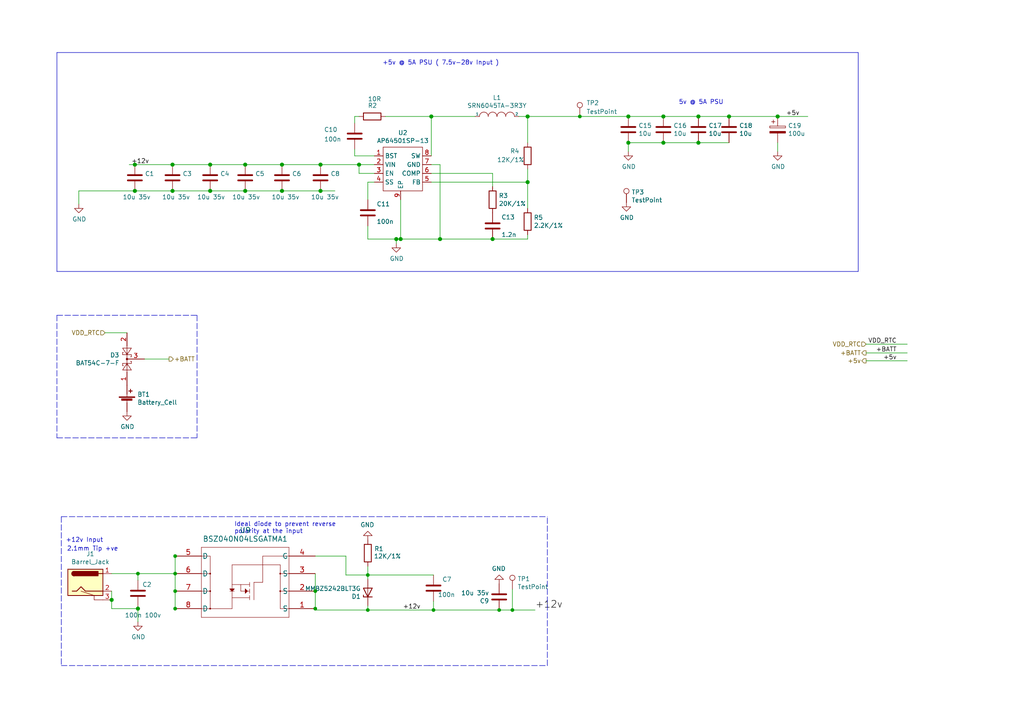
<source format=kicad_sch>
(kicad_sch (version 20210621) (generator eeschema)
  (paper "A4")
  (title_block (title "srvant-board MK1") (date "2021-07-14") (rev "rev-0.1dev"))
  (lib_symbols
    (symbol "CM4IO:AP64351"
      (property "Reference" "U" (at 0 8.89 0))
      (property "Value" "AP64351" (at 1.27 6.35 0))
      (symbol "AP64351_0_1"
        (rectangle (start -5.08 5.08) (end 6.35 -7.62))
      )
      (symbol "AP64351_1_1"
        (pin passive line (at -7.62 2.54 0) (length 2.54) (name "BST") (number "1"))
        (pin power_in line (at -7.62 0 0) (length 2.54) (name "VIN") (number "2"))
        (pin input line (at -7.62 -2.54 0) (length 2.54) (name "EN") (number "3"))
        (pin input line (at -7.62 -5.08 0) (length 2.54) (name "SS") (number "4"))
        (pin input line (at 8.89 -5.08 180) (length 2.54) (name "FB") (number "5"))
        (pin input line (at 8.89 -2.54 180) (length 2.54) (name "COMP") (number "6"))
        (pin power_in line (at 8.89 0 180) (length 2.54) (name "GND") (number "7"))
        (pin output line (at 8.89 2.54 180) (length 2.54) (name "SW") (number "8"))
        (pin passive line (at 0 -10.16 90) (length 2.54) (name "EP") (number "9"))
      )
    )
    (symbol "CM4IO:Barrel_Jack"
      (property "Reference" "J" (at 0 5.334 0))
      (property "Value" "Barrel_Jack" (at 0 -5.08 0))
      (symbol "Barrel_Jack_0_1"
        (arc (start -3.302 3.175) (end -3.302 1.905) (radius (at -3.302 2.54) (length 0.635) (angles 90.1 -90.1)) (stroke (width 0.254)))
        (arc (start -3.302 3.175) (end -3.302 1.905) (radius (at -3.302 2.54) (length 0.635) (angles 90.1 -90.1)) (stroke (width 0.254)) (fill (type outline)))
        (rectangle (start 3.683 3.175) (end -3.302 1.905) (stroke (width 0.254)) (fill (type outline)))
        (rectangle (start -5.08 3.81) (end 5.08 -3.81) (stroke (width 0.254)) (fill (type background)))
        (polyline (pts (xy 5.08 2.54) (xy 3.81 2.54)) (stroke (width 0.254)))
        (polyline (pts (xy 5.08 -5.08) (xy 2.54 -5.08) (xy 2.54 -3.81) (xy -1.27 -2.54)))
        (polyline (pts (xy -3.81 -2.54) (xy -2.54 -2.54) (xy -1.27 -1.27) (xy 0 -2.54) (xy 2.54 -2.54) (xy 5.08 -2.54)) (stroke (width 0.254)))
      )
      (symbol "Barrel_Jack_1_1"
        (pin passive line (at 7.62 2.54 180) (length 2.54) (name "~") (number "1"))
        (pin passive line (at 7.62 -2.54 180) (length 2.54) (name "~") (number "2"))
        (pin passive line (at 7.62 -5.08 180) (length 2.54) (name "~") (number "3"))
      )
    )
    (symbol "Connector:TestPoint" (pin_numbers hide) (pin_names (offset 0.762) hide)
      (property "Reference" "TP" (at 0 6.858 0))
      (property "Value" "TestPoint" (at 0 5.08 0))
      (symbol "TestPoint_0_1"
        (circle (center 0 3.302) (radius 0.762))
      )
      (symbol "TestPoint_1_1"
        (pin passive line (at 0 0 90) (length 2.54) (name "1") (number "1"))
      )
    )
    (symbol "Device:Battery_Cell" (pin_numbers hide) (pin_names (offset 0) hide)
      (property "Reference" "BT" (at 2.54 2.54 0))
      (property "Value" "Battery_Cell" (at 2.54 0 0))
      (symbol "Battery_Cell_0_1"
        (rectangle (start -2.286 1.778) (end 2.286 1.524) (fill (type outline)))
        (rectangle (start -1.5748 1.1938) (end 1.4732 0.6858) (fill (type outline)))
        (polyline (pts (xy 0 0.762) (xy 0 0)))
        (polyline (pts (xy 0 1.778) (xy 0 2.54)))
        (polyline (pts (xy 0.508 3.429) (xy 1.524 3.429)) (stroke (width 0.254)))
        (polyline (pts (xy 1.016 3.937) (xy 1.016 2.921)) (stroke (width 0.254)))
      )
      (symbol "Battery_Cell_1_1"
        (pin passive line (at 0 5.08 270) (length 2.54) (name "+") (number "1"))
        (pin passive line (at 0 -2.54 90) (length 2.54) (name "-") (number "2"))
      )
    )
    (symbol "Device:C" (pin_numbers hide) (pin_names (offset 0.254))
      (property "Reference" "C" (at 0.635 2.54 0))
      (property "Value" "C" (at 0.635 -2.54 0))
      (symbol "C_0_1"
        (polyline (pts (xy -2.032 -0.762) (xy 2.032 -0.762)) (stroke (width 0.508)))
        (polyline (pts (xy -2.032 0.762) (xy 2.032 0.762)) (stroke (width 0.508)))
      )
      (symbol "C_1_1"
        (pin passive line (at 0 3.81 270) (length 2.794) (name "~") (number "1"))
        (pin passive line (at 0 -3.81 90) (length 2.794) (name "~") (number "2"))
      )
    )
    (symbol "Device:CP" (pin_numbers hide) (pin_names (offset 0.254))
      (property "Reference" "C" (at 0.635 2.54 0))
      (property "Value" "CP" (at 0.635 -2.54 0))
      (symbol "CP_0_1"
        (rectangle (start -2.286 0.508) (end 2.286 1.016))
        (rectangle (start 2.286 -0.508) (end -2.286 -1.016) (fill (type outline)))
        (polyline (pts (xy -1.778 2.286) (xy -0.762 2.286)))
        (polyline (pts (xy -1.27 2.794) (xy -1.27 1.778)))
      )
      (symbol "CP_1_1"
        (pin passive line (at 0 3.81 270) (length 2.794) (name "~") (number "1"))
        (pin passive line (at 0 -3.81 90) (length 2.794) (name "~") (number "2"))
      )
    )
    (symbol "Device:R" (pin_numbers hide) (pin_names (offset 0))
      (property "Reference" "R" (at 2.032 0 90))
      (property "Value" "R" (at 0 0 90))
      (symbol "R_0_1"
        (rectangle (start -1.016 -2.54) (end 1.016 2.54) (stroke (width 0.254)))
      )
      (symbol "R_1_1"
        (pin passive line (at 0 3.81 270) (length 1.27) (name "~") (number "1"))
        (pin passive line (at 0 -3.81 90) (length 1.27) (name "~") (number "2"))
      )
    )
    (symbol "Diode:BAT54C"
      (property "Reference" "D" (at 0.635 -3.81 0))
      (property "Value" "BAT54C" (at -6.35 3.175 0))
      (symbol "BAT54C_0_1"
        (circle (center 0 0) (radius 0.254) (fill (type outline)))
        (polyline (pts (xy -1.905 0) (xy 1.905 0)))
        (polyline (pts (xy -1.905 1.27) (xy -1.905 1.016)))
        (polyline (pts (xy -1.27 -1.27) (xy -0.635 -1.27)))
        (polyline (pts (xy -1.27 0) (xy -3.81 0)))
        (polyline (pts (xy -1.27 1.27) (xy -1.905 1.27)))
        (polyline (pts (xy -1.27 1.27) (xy -1.27 -1.27)))
        (polyline (pts (xy -0.635 -1.27) (xy -0.635 -1.016)))
        (polyline (pts (xy 0.635 -1.27) (xy 0.635 -1.016)))
        (polyline (pts (xy 1.27 -1.27) (xy 0.635 -1.27)))
        (polyline (pts (xy 1.27 1.27) (xy 1.27 -1.27)))
        (polyline (pts (xy 1.27 1.27) (xy 1.905 1.27)))
        (polyline (pts (xy 1.905 1.27) (xy 1.905 1.016)))
        (polyline (pts (xy 3.81 0) (xy 1.27 0)))
        (polyline (pts (xy -3.175 -1.27) (xy -3.175 1.27) (xy -1.27 0) (xy -3.175 -1.27)))
        (polyline (pts (xy 3.175 -1.27) (xy 3.175 1.27) (xy 1.27 0) (xy 3.175 -1.27)))
      )
      (symbol "BAT54C_1_1"
        (pin passive line (at -7.62 0 0) (length 3.81) (name "~") (number "1"))
        (pin passive line (at 7.62 0 180) (length 3.81) (name "~") (number "2"))
        (pin passive line (at 0 -5.08 90) (length 5.08) (name "~") (number "3"))
      )
    )
    (symbol "Diode:BZX84Cxx" (pin_numbers hide) (pin_names hide)
      (property "Reference" "D" (at 0 2.54 0))
      (property "Value" "BZX84Cxx" (at 0 -2.54 0))
      (symbol "BZX84Cxx_0_1"
        (polyline (pts (xy 1.27 0) (xy -1.27 0)))
        (polyline (pts (xy -1.27 -1.27) (xy -1.27 1.27) (xy -0.762 1.27)) (stroke (width 0.254)))
        (polyline (pts (xy 1.27 -1.27) (xy 1.27 1.27) (xy -1.27 0) (xy 1.27 -1.27)) (stroke (width 0.254)))
      )
      (symbol "BZX84Cxx_1_1"
        (pin passive line (at -3.81 0 0) (length 2.54) (name "K") (number "1"))
        (pin passive line (at 3.81 0 180) (length 2.54) (name "A") (number "2"))
      )
    )
    (symbol "bsz086p03ns:BSZ040N04LSGATMA1" (pin_names (offset 0.254))
      (property "Reference" "U" (at 20.32 7.62 0))
      (property "Value" "BSZ040N04LSGATMA1" (at 20.32 5.08 0))
      (symbol "BSZ040N04LSGATMA1_1_1"
        (arc (start 10.16 -10.033) (end 10.16 -10.033) (radius (at 10.16 -10.16) (length 0.127) (angles 90 -90)) (stroke (width 0.254)))
        (arc (start 10.16 -4.953) (end 10.16 -4.953) (radius (at 10.16 -5.08) (length 0.127) (angles 90 -90)) (stroke (width 0.254)))
        (arc (start 30.48 -10.033) (end 30.48 -10.033) (radius (at 30.48 -10.16) (length 0.127) (angles 90 -90)) (stroke (width 0.254)))
        (arc (start 30.48 -4.953) (end 30.48 -4.953) (radius (at 30.48 -5.08) (length 0.127) (angles 90 -90)) (stroke (width 0.254)))
        (arc (start 30.48 0.127) (end 30.48 0.127) (radius (at 30.48 0) (length 0.127) (angles 90 -90)) (stroke (width 0.254)))
        (circle (center 10.16 -10.16) (radius 0.127) (stroke (width 0.254)))
        (circle (center 10.16 -5.08) (radius 0.127) (stroke (width 0.254)))
        (circle (center 30.48 -10.16) (radius 0.127) (stroke (width 0.254)))
        (circle (center 30.48 -5.08) (radius 0.127) (stroke (width 0.254)))
        (circle (center 30.48 0) (radius 0.127) (stroke (width 0.254)))
        (polyline (pts (xy 7.62 -17.78) (xy 33.02 -17.78)) (stroke (width 0.127)))
        (polyline (pts (xy 7.62 -15.24) (xy 15.24 -15.24)) (stroke (width 0.127)))
        (polyline (pts (xy 7.62 -10.16) (xy 10.16 -10.16)) (stroke (width 0.127)))
        (polyline (pts (xy 7.62 -5.08) (xy 10.16 -5.08)) (stroke (width 0.127)))
        (polyline (pts (xy 7.62 0) (xy 10.16 0)) (stroke (width 0.127)))
        (polyline (pts (xy 7.62 2.54) (xy 7.62 -17.78)) (stroke (width 0.127)))
        (polyline (pts (xy 10.16 0) (xy 10.16 -12.7)) (stroke (width 0.127)))
        (polyline (pts (xy 15.24 -7.62) (xy 15.24 -15.24)) (stroke (width 0.127)))
        (polyline (pts (xy 15.24 -7.62) (xy 17.78 -7.62)) (stroke (width 0.127)))
        (polyline (pts (xy 17.78 -2.54) (xy 17.78 -7.62)) (stroke (width 0.127)))
        (polyline (pts (xy 19.05 -6.985) (xy 24.13 -6.985)) (stroke (width 0.127)))
        (polyline (pts (xy 19.05 -6.35) (xy 19.05 -7.62)) (stroke (width 0.127)))
        (polyline (pts (xy 19.05 -5.08) (xy 21.59 -5.08)) (stroke (width 0.127)))
        (polyline (pts (xy 19.05 -4.445) (xy 19.05 -5.715)) (stroke (width 0.127)))
        (polyline (pts (xy 19.05 -3.175) (xy 24.13 -3.175)) (stroke (width 0.127)))
        (polyline (pts (xy 19.05 -2.54) (xy 19.05 -3.81)) (stroke (width 0.127)))
        (polyline (pts (xy 19.685 -5.08) (xy 20.32 -4.445)) (stroke (width 0.127)))
        (polyline (pts (xy 20.32 -5.715) (xy 19.685 -5.08)) (stroke (width 0.127)))
        (polyline (pts (xy 20.32 -4.445) (xy 20.32 -5.715)) (stroke (width 0.127)))
        (polyline (pts (xy 21.59 -5.08) (xy 21.59 -6.985)) (stroke (width 0.127)))
        (polyline (pts (xy 23.495 -5.715) (xy 24.765 -5.715)) (stroke (width 0.127)))
        (polyline (pts (xy 23.495 -5.08) (xy 24.765 -5.08)) (stroke (width 0.127)))
        (polyline (pts (xy 24.13 -12.7) (xy 10.16 -12.7)) (stroke (width 0.127)))
        (polyline (pts (xy 24.13 -5.08) (xy 23.495 -5.715)) (stroke (width 0.127)))
        (polyline (pts (xy 24.13 0) (xy 24.13 -12.7)) (stroke (width 0.127)))
        (polyline (pts (xy 24.13 0) (xy 33.02 0)) (stroke (width 0.127)))
        (polyline (pts (xy 24.765 -5.715) (xy 24.13 -5.08)) (stroke (width 0.127)))
        (polyline (pts (xy 30.48 -15.24) (xy 33.02 -15.24)) (stroke (width 0.127)))
        (polyline (pts (xy 30.48 -10.16) (xy 33.02 -10.16)) (stroke (width 0.127)))
        (polyline (pts (xy 30.48 -5.08) (xy 33.02 -5.08)) (stroke (width 0.127)))
        (polyline (pts (xy 30.48 0) (xy 30.48 -15.24)) (stroke (width 0.127)))
        (polyline (pts (xy 33.02 -17.78) (xy 33.02 2.54)) (stroke (width 0.127)))
        (polyline (pts (xy 33.02 2.54) (xy 7.62 2.54)) (stroke (width 0.127)))
        (polyline (pts (xy 19.685 -5.08) (xy 20.32 -4.445) (xy 20.32 -5.715) (xy 19.685 -5.08)) (fill (type outline)))
        (polyline (pts (xy 24.13 -5.08) (xy 23.495 -5.715) (xy 24.765 -5.715) (xy 24.13 -5.08)) (fill (type outline)))
        (pin unspecified line (at 0 0 0) (length 7.62) (name "S") (number "1"))
        (pin unspecified line (at 0 -5.08 0) (length 7.62) (name "S") (number "2"))
        (pin unspecified line (at 0 -10.16 0) (length 7.62) (name "S") (number "3"))
        (pin unspecified line (at 0 -15.24 0) (length 7.62) (name "G") (number "4"))
        (pin unspecified line (at 40.64 -15.24 180) (length 7.62) (name "D") (number "5"))
        (pin unspecified line (at 40.64 -10.16 180) (length 7.62) (name "D") (number "6"))
        (pin unspecified line (at 40.64 -5.08 180) (length 7.62) (name "D") (number "7"))
        (pin unspecified line (at 40.64 0 180) (length 7.62) (name "D") (number "8"))
      )
    )
    (symbol "power:GND" (power) (pin_names (offset 0))
      (property "Value" "GND" (at 0 -3.81 0))
      (symbol "GND_0_1"
        (polyline (pts (xy 0 0) (xy 0 -1.27) (xy 1.27 -1.27) (xy 0 -2.54) (xy -1.27 -1.27) (xy 0 -1.27)))
      )
      (symbol "GND_1_1"
        (pin power_in line (at 0 0 270) (length 0) hide (name "GND") (number "1"))
      )
    )
    (symbol "pspice:INDUCTOR" (pin_numbers hide) (pin_names (offset 0))
      (property "Reference" "L" (at 0 2.54 0))
      (property "Value" "INDUCTOR" (at 0 -1.27 0))
      (symbol "INDUCTOR_0_1"
        (arc (start -2.54 0) (end -5.08 0) (radius (at -3.81 0) (length 1.27) (angles 0.1 179.9)))
        (arc (start 0 0) (end -2.54 0) (radius (at -1.27 0) (length 1.27) (angles 0.1 179.9)))
        (arc (start 2.54 0) (end 0 0) (radius (at 1.27 0) (length 1.27) (angles 0.1 179.9)))
        (arc (start 5.08 0) (end 2.54 0) (radius (at 3.81 0) (length 1.27) (angles 0.1 179.9)))
      )
      (symbol "INDUCTOR_1_1"
        (pin input line (at -6.35 0 0) (length 1.27) (name "1") (number "1"))
        (pin input line (at 6.35 0 180) (length 1.27) (name "2") (number "2"))
      )
    )
  )
  (junction (at 32.385 173.99) (diameter 1.016))
  (junction (at 39.116 47.752) (diameter 1.016))
  (junction (at 39.116 55.372) (diameter 1.016))
  (junction (at 40.005 166.37) (diameter 0.9144))
  (junction (at 40.005 176.53) (diameter 1.016))
  (junction (at 50.038 47.752) (diameter 1.016))
  (junction (at 50.038 55.372) (diameter 1.016))
  (junction (at 50.8 161.29) (diameter 0.9144))
  (junction (at 50.8 166.37) (diameter 0.9144))
  (junction (at 50.8 171.45) (diameter 0.9144))
  (junction (at 50.8 176.53) (diameter 0.9144))
  (junction (at 60.96 47.752) (diameter 1.016))
  (junction (at 60.96 55.372) (diameter 1.016))
  (junction (at 71.12 47.752) (diameter 1.016))
  (junction (at 71.12 55.372) (diameter 1.016))
  (junction (at 81.788 47.752) (diameter 1.016))
  (junction (at 81.788 55.372) (diameter 1.016))
  (junction (at 91.44 171.45) (diameter 0.9144))
  (junction (at 91.44 176.53) (diameter 0.9144))
  (junction (at 92.964 47.752) (diameter 1.016))
  (junction (at 92.964 55.372) (diameter 1.016))
  (junction (at 104.14 47.752) (diameter 1.016))
  (junction (at 106.68 166.7764) (diameter 0.9144))
  (junction (at 106.68 176.9364) (diameter 0.9144))
  (junction (at 114.935 69.342) (diameter 1.016))
  (junction (at 116.205 69.342) (diameter 1.016))
  (junction (at 125.095 33.782) (diameter 1.016))
  (junction (at 125.73 176.9364) (diameter 0.9144))
  (junction (at 127.635 69.342) (diameter 1.016))
  (junction (at 142.875 69.342) (diameter 1.016))
  (junction (at 144.78 176.9364) (diameter 0.9144))
  (junction (at 148.6154 176.9364) (diameter 0.9144))
  (junction (at 153.035 33.782) (diameter 1.016))
  (junction (at 153.035 52.832) (diameter 1.016))
  (junction (at 168.1734 33.782) (diameter 0.9144))
  (junction (at 182.245 33.782) (diameter 1.016))
  (junction (at 182.245 41.402) (diameter 1.016))
  (junction (at 192.405 33.782) (diameter 1.016))
  (junction (at 192.405 41.402) (diameter 1.016))
  (junction (at 202.565 33.782) (diameter 1.016))
  (junction (at 202.565 41.402) (diameter 1.016))
  (junction (at 211.455 33.782) (diameter 1.016))
  (junction (at 225.552 33.782) (diameter 1.016))
  (wire (pts (xy 22.86 55.372) (xy 22.86 59.182)))
  (wire (pts (xy 22.86 55.372) (xy 39.116 55.372)))
  (wire (pts (xy 30.48 96.52) (xy 36.83 96.52)))
  (wire (pts (xy 32.385 166.37) (xy 40.005 166.37)))
  (wire (pts (xy 32.385 173.99) (xy 32.385 171.45)))
  (wire (pts (xy 32.385 176.53) (xy 32.385 173.99)))
  (wire (pts (xy 32.385 176.53) (xy 40.005 176.53)))
  (wire (pts (xy 37.465 47.752) (xy 39.116 47.752)))
  (wire (pts (xy 39.116 47.752) (xy 50.038 47.752)))
  (wire (pts (xy 39.116 55.372) (xy 50.038 55.372)))
  (wire (pts (xy 40.005 166.37) (xy 40.005 168.275)))
  (wire (pts (xy 40.005 166.37) (xy 50.8 166.37)))
  (wire (pts (xy 40.005 175.895) (xy 40.005 176.53)))
  (wire (pts (xy 40.005 176.53) (xy 40.005 180.34)))
  (wire (pts (xy 41.91 104.14) (xy 49.022 104.14)))
  (wire (pts (xy 50.038 47.752) (xy 60.96 47.752)))
  (wire (pts (xy 50.038 55.372) (xy 60.96 55.372)))
  (wire (pts (xy 50.8 161.2392) (xy 50.8 161.29)))
  (wire (pts (xy 50.8 161.29) (xy 50.8 166.37)))
  (wire (pts (xy 50.8 166.37) (xy 50.8 171.45)))
  (wire (pts (xy 50.8 171.45) (xy 50.8 176.53)))
  (wire (pts (xy 50.8 176.53) (xy 50.8508 176.53)))
  (wire (pts (xy 60.96 47.752) (xy 71.12 47.752)))
  (wire (pts (xy 60.96 55.372) (xy 71.12 55.372)))
  (wire (pts (xy 71.12 47.752) (xy 81.788 47.752)))
  (wire (pts (xy 71.12 55.372) (xy 81.788 55.372)))
  (wire (pts (xy 81.788 47.752) (xy 92.964 47.752)))
  (wire (pts (xy 81.788 55.372) (xy 92.964 55.372)))
  (wire (pts (xy 91.44 161.29) (xy 100.33 161.29)))
  (wire (pts (xy 91.44 166.37) (xy 91.44 171.45)))
  (wire (pts (xy 91.44 171.45) (xy 91.44 176.53)))
  (wire (pts (xy 91.44 176.53) (xy 91.44 176.9364)))
  (wire (pts (xy 91.44 176.9364) (xy 106.68 176.9364)))
  (wire (pts (xy 92.964 47.752) (xy 104.14 47.752)))
  (wire (pts (xy 92.964 55.372) (xy 97.155 55.372)))
  (wire (pts (xy 100.33 161.29) (xy 100.33 166.7764)))
  (wire (pts (xy 100.33 166.7764) (xy 106.68 166.7764)))
  (wire (pts (xy 102.87 33.782) (xy 104.14 33.782)))
  (wire (pts (xy 102.87 35.687) (xy 102.87 33.782)))
  (wire (pts (xy 102.87 43.307) (xy 102.87 45.212)))
  (wire (pts (xy 102.87 45.212) (xy 108.585 45.212)))
  (wire (pts (xy 104.14 47.752) (xy 104.14 50.292)))
  (wire (pts (xy 104.14 47.752) (xy 108.585 47.752)))
  (wire (pts (xy 104.14 50.292) (xy 108.585 50.292)))
  (wire (pts (xy 106.68 52.832) (xy 106.68 57.912)))
  (wire (pts (xy 106.68 65.532) (xy 106.68 69.342)))
  (wire (pts (xy 106.68 69.342) (xy 114.935 69.342)))
  (wire (pts (xy 106.68 164.2364) (xy 106.68 166.7764)))
  (wire (pts (xy 106.68 166.7764) (xy 106.68 168.0464)))
  (wire (pts (xy 106.68 175.6664) (xy 106.68 176.9364)))
  (wire (pts (xy 106.68 176.9364) (xy 125.73 176.9364)))
  (wire (pts (xy 108.585 52.832) (xy 106.68 52.832)))
  (wire (pts (xy 111.76 33.782) (xy 125.095 33.782)))
  (wire (pts (xy 114.935 69.342) (xy 116.205 69.342)))
  (wire (pts (xy 114.935 70.612) (xy 114.935 69.342)))
  (wire (pts (xy 116.205 57.912) (xy 116.205 69.342)))
  (wire (pts (xy 116.205 69.342) (xy 127.635 69.342)))
  (wire (pts (xy 125.095 33.782) (xy 125.095 45.212)))
  (wire (pts (xy 125.095 33.782) (xy 137.795 33.782)))
  (wire (pts (xy 125.095 47.752) (xy 127.635 47.752)))
  (wire (pts (xy 125.095 50.292) (xy 142.875 50.292)))
  (wire (pts (xy 125.095 52.832) (xy 153.035 52.832)))
  (wire (pts (xy 125.73 166.7764) (xy 106.68 166.7764)))
  (wire (pts (xy 125.73 174.3964) (xy 125.73 176.9364)))
  (wire (pts (xy 125.73 176.9364) (xy 144.78 176.9364)))
  (wire (pts (xy 127.635 47.752) (xy 127.635 69.342)))
  (wire (pts (xy 127.635 69.342) (xy 142.875 69.342)))
  (wire (pts (xy 142.875 54.102) (xy 142.875 50.292)))
  (wire (pts (xy 142.875 69.342) (xy 153.035 69.342)))
  (wire (pts (xy 144.78 176.9364) (xy 148.6154 176.9364)))
  (wire (pts (xy 148.6154 170.8912) (xy 148.6154 176.9364)))
  (wire (pts (xy 148.6154 176.9364) (xy 155.194 176.9364)))
  (wire (pts (xy 150.495 33.782) (xy 153.035 33.782)))
  (wire (pts (xy 153.035 33.782) (xy 153.035 41.402)))
  (wire (pts (xy 153.035 33.782) (xy 168.1734 33.782)))
  (wire (pts (xy 153.035 49.022) (xy 153.035 52.832)))
  (wire (pts (xy 153.035 52.832) (xy 153.035 60.452)))
  (wire (pts (xy 153.035 69.342) (xy 153.035 68.072)))
  (wire (pts (xy 168.1734 33.782) (xy 182.245 33.782)))
  (wire (pts (xy 182.245 33.782) (xy 192.405 33.782)))
  (wire (pts (xy 182.245 41.402) (xy 182.245 43.942)))
  (wire (pts (xy 192.405 33.782) (xy 202.565 33.782)))
  (wire (pts (xy 192.405 41.402) (xy 182.245 41.402)))
  (wire (pts (xy 202.565 33.782) (xy 211.455 33.782)))
  (wire (pts (xy 202.565 41.402) (xy 192.405 41.402)))
  (wire (pts (xy 211.455 33.782) (xy 225.552 33.782)))
  (wire (pts (xy 211.455 41.402) (xy 202.565 41.402)))
  (wire (pts (xy 225.552 33.782) (xy 234.315 33.782)))
  (wire (pts (xy 225.552 41.402) (xy 225.552 43.942)))
  (wire (pts (xy 251.206 99.822) (xy 263.144 99.822)))
  (wire (pts (xy 251.206 102.362) (xy 263.144 102.362)))
  (wire (pts (xy 251.206 104.648) (xy 263.144 104.648)))
  (polyline (pts (xy 16.51 15.24) (xy 16.51 78.74)) (stroke (width 0) (type solid)))
  (polyline (pts (xy 16.51 15.24) (xy 248.92 15.24)) (stroke (width 0) (type solid)))
  (polyline (pts (xy 16.51 91.44) (xy 16.51 127)) (stroke (width 0) (type dash)))
  (polyline (pts (xy 16.51 91.44) (xy 57.15 91.44)) (stroke (width 0) (type dash)))
  (polyline (pts (xy 16.51 127) (xy 57.15 127)) (stroke (width 0) (type dash)))
  (polyline (pts (xy 17.78 149.86) (xy 17.78 193.04)) (stroke (width 0) (type dash)))
  (polyline (pts (xy 17.78 149.86) (xy 124.46 149.86)) (stroke (width 0) (type dash)))
  (polyline (pts (xy 17.78 193.04) (xy 124.46 193.04)) (stroke (width 0) (type dash)))
  (polyline (pts (xy 57.15 91.44) (xy 57.15 127)) (stroke (width 0) (type dash)))
  (polyline (pts (xy 124.46 149.86) (xy 158.75 149.86)) (stroke (width 0) (type dash)))
  (polyline (pts (xy 124.46 193.04) (xy 158.75 193.04)) (stroke (width 0) (type dash)))
  (polyline (pts (xy 158.75 193.04) (xy 158.75 149.86)) (stroke (width 0) (type dash)))
  (polyline (pts (xy 248.92 15.24) (xy 248.92 78.74)) (stroke (width 0) (type solid)))
  (polyline (pts (xy 248.92 78.74) (xy 16.51 78.74)) (stroke (width 0) (type solid)))
  (text "+12v Input" (at 19.05 157.48 0) (effects (font (size 1.27 1.27)) (justify left bottom)))
  (text "2.1mm Tip +ve" (at 34.29 160.02 180) (effects (font (size 1.27 1.27)) (justify right bottom)))
  (text "Ideal diode to prevent reverse\npolarity at the input" (at 67.945 154.94 0) (effects (font (size 1.27 1.27)) (justify left bottom)))
  (text "+5v @ 5A PSU ( 7.5v-28v Input )" (at 144.78 19.05 180) (effects (font (size 1.27 1.27)) (justify right bottom)))
  (text "5v @ 5A PSU\n" (at 196.85 30.48 0) (effects (font (size 1.27 1.27)) (justify left bottom)))
  (label "+12v" (at 38.1 47.752 0))
  (label "+12v" (at 116.84 176.9364 0))
  (label "+12v" (at 155.194 176.9364 0) (effects (font (size 2.0066 2.0066))))
  (label "+5v" (at 227.965 33.782 0))
  (label "VDD_RTC" (at 260.096 99.822 180))
  (label "+BATT" (at 260.096 102.362 180))
  (label "+5v" (at 260.096 104.648 180))
  (hierarchical_label "VDD_RTC" (shape input) (at 30.48 96.52 180))
  (hierarchical_label "+BATT" (shape output) (at 49.022 104.14 0))
  (hierarchical_label "VDD_RTC" (shape input) (at 251.206 99.822 180))
  (hierarchical_label "+BATT" (shape output) (at 251.206 102.362 180))
  (hierarchical_label "+5v" (shape output) (at 251.206 104.648 180))
  (symbol (lib_id "Connector:TestPoint") (at 148.6154 170.8912 0) (unit 1)
    (property "Reference" "TP1" (at 150.0886 167.894 0) (effects (justify left)))
    (property "Value" "TestPoint" (at 150.0886 170.2054 0) (effects (justify left)))
    (property "Footprint" "TestPoint:TestPoint_Pad_2.0x2.0mm" (effects hide))
    (property "Field4" "nf" (effects hide))
    (property "Field5" "nf" (effects hide))
    (property "Field6" "nf" (effects hide))
    (property "Field7" "nf" (effects hide))
  )
  (symbol (lib_id "Connector:TestPoint") (at 168.1734 33.782 0) (unit 1)
    (property "Reference" "TP2" (at 170.0784 29.845 0) (effects (justify left)))
    (property "Value" "TestPoint" (at 170.0784 32.385 0) (effects (justify left)))
    (property "Footprint" "TestPoint:TestPoint_Pad_2.0x2.0mm" (effects hide))
    (property "Field4" "nf" (effects hide))
    (property "Field5" "nf" (effects hide))
    (property "Field6" "nf" (effects hide))
    (property "Field7" "nf" (effects hide))
  )
  (symbol (lib_id "Connector:TestPoint") (at 181.6862 58.7248 0) (unit 1)
    (property "Reference" "TP3" (at 183.1594 55.7276 0) (effects (justify left)))
    (property "Value" "TestPoint" (at 183.1594 58.039 0) (effects (justify left)))
    (property "Footprint" "TestPoint:TestPoint_Pad_2.0x2.0mm" (effects hide))
    (property "Field4" "nf" (effects hide))
    (property "Field5" "nf" (effects hide))
    (property "Field6" "nf" (effects hide))
    (property "Field7" "nf" (effects hide))
  )
  (symbol (lib_id "power:GND") (at 22.86 59.182 0) (unit 1)
    (property "Reference" "#PWR0104" (effects hide))
    (property "Value" "GND" (at 22.987 63.5762 0))
  )
  (symbol (lib_id "power:GND") (at 36.83 119.38 0) (unit 1)
    (property "Reference" "#PWR0144" (effects hide))
    (property "Value" "GND" (at 36.957 123.7742 0))
  )
  (symbol (lib_id "power:GND") (at 40.005 180.34 0) (unit 1)
    (property "Reference" "#PWR0101" (effects hide))
    (property "Value" "GND" (at 40.132 184.7342 0))
  )
  (symbol (lib_id "power:GND") (at 106.68 156.6164 180) (unit 1)
    (property "Reference" "#PWR0108" (effects hide))
    (property "Value" "GND" (at 106.553 152.2222 0))
  )
  (symbol (lib_id "power:GND") (at 114.935 70.612 0) (unit 1)
    (property "Reference" "#PWR0105" (effects hide))
    (property "Value" "GND" (at 115.062 75.0062 0))
  )
  (symbol (lib_id "power:GND") (at 144.78 169.3164 180) (unit 1)
    (property "Reference" "#PWR0102" (effects hide))
    (property "Value" "GND" (at 144.653 164.9222 0))
  )
  (symbol (lib_id "power:GND") (at 181.6862 58.7248 0) (unit 1)
    (property "Reference" "#PWR0182" (effects hide))
    (property "Value" "GND" (at 181.8132 63.119 0))
  )
  (symbol (lib_id "power:GND") (at 182.245 43.942 0) (unit 1)
    (property "Reference" "#PWR0107" (effects hide))
    (property "Value" "GND" (at 182.372 48.3362 0))
  )
  (symbol (lib_id "power:GND") (at 225.552 43.942 0) (unit 1)
    (property "Reference" "#PWR0103" (effects hide))
    (property "Value" "GND" (at 225.679 48.3362 0))
  )
  (symbol (lib_id "Device:R") (at 106.68 160.4264 180) (unit 1)
    (property "Reference" "R1" (at 111.252 159.1818 0) (effects (justify left)))
    (property "Value" "12K/1%" (at 116.332 161.3154 0) (effects (justify left)))
    (property "Footprint" "Resistor_SMD:R_0402_1005Metric" (effects hide))
    (property "Datasheet" "https://fscdn.rohm.com/en/products/databook/datasheet/passive/resistor/chip_resistor/mcr-e.pdf" (effects hide))
    (property "Field4" "Farnell" (effects hide))
    (property "Field5" "9239367" (effects hide))
    (property "Field7" "Rohm" (effects hide))
    (property "Field6" "MCR01MZPF1202" (effects hide))
    (property "Part Description" "Resistor 12K M1005 1% 63mW" (effects hide))
  )
  (symbol (lib_id "Device:R") (at 107.95 33.782 270) (unit 1)
    (property "Reference" "R2" (at 106.68 30.607 90) (effects (justify left)))
    (property "Value" "10R" (at 106.68 28.702 90) (effects (justify left)))
    (property "Footprint" "Resistor_SMD:R_0402_1005Metric" (effects hide))
    (property "Datasheet" "https://fscdn.rohm.com/en/products/databook/datasheet/passive/resistor/chip_resistor/mcr-e.pdf" (effects hide))
    (property "Field4" "Farnell" (effects hide))
    (property "Field5" "9238999" (effects hide))
    (property "Field7" "Yageo" (effects hide))
    (property "Field6" "RC0402FR-0710RL" (effects hide))
    (property "Field8" "URES00256" (effects hide))
    (property "Part Description" "Resistor 10R M1005 1% 63mW" (effects hide))
  )
  (symbol (lib_id "Device:R") (at 142.875 57.912 0) (unit 1)
    (property "Reference" "R3" (at 144.653 56.7436 0) (effects (justify left)))
    (property "Value" "20K/1%" (at 144.653 59.055 0) (effects (justify left)))
    (property "Footprint" "Resistor_SMD:R_0402_1005Metric" (effects hide))
    (property "Datasheet" "https://fscdn.rohm.com/en/products/databook/datasheet/passive/resistor/chip_resistor/mcr-e.pdf" (effects hide))
    (property "Field4" "Farnell" (effects hide))
    (property "Field5" "2331485" (effects hide))
    (property "Field7" "KOA EUROPE GMBH" (effects hide))
    (property "Field6" "RK73H1ETTP2002F" (effects hide))
    (property "Part Description" "Resistor 20K M1005 1% 63mW" (effects hide))
  )
  (symbol (lib_id "Device:R") (at 153.035 45.212 0) (unit 1)
    (property "Reference" "R4" (at 147.955 43.815 0) (effects (justify left)))
    (property "Value" "12K/1%" (at 144.145 46.355 0) (effects (justify left)))
    (property "Footprint" "Resistor_SMD:R_0402_1005Metric" (effects hide))
    (property "Datasheet" "https://fscdn.rohm.com/en/products/databook/datasheet/passive/resistor/chip_resistor/mcr-e.pdf" (effects hide))
    (property "Field4" "Farnell" (effects hide))
    (property "Field5" "9239367" (effects hide))
    (property "Field7" "Rohm" (effects hide))
    (property "Field6" "MCR01MZPF1202" (effects hide))
    (property "Part Description" "Resistor 12K M1005 1% 63mW" (effects hide))
  )
  (symbol (lib_id "Device:R") (at 153.035 64.262 0) (unit 1)
    (property "Reference" "R5" (at 154.813 63.0936 0) (effects (justify left)))
    (property "Value" "2.2K/1%" (at 154.813 65.405 0) (effects (justify left)))
    (property "Footprint" "Resistor_SMD:R_0402_1005Metric" (effects hide))
    (property "Datasheet" "https://fscdn.rohm.com/en/products/databook/datasheet/passive/resistor/chip_resistor/mcr-e.pdf" (effects hide))
    (property "Field4" "Farnell" (effects hide))
    (property "Field5" "9239278" (effects hide))
    (property "Field6" "RK73G1ETQTP2201D         " (effects hide))
    (property "Field7" "KOA EUROPE GMBH" (effects hide))
    (property "Part Description" "Resistor 2.2K M1005 1% 63mW" (effects hide))
    (property "Field8" "120889581" (effects hide))
  )
  (symbol (lib_id "pspice:INDUCTOR") (at 144.145 33.782 0) (unit 1)
    (property "Reference" "L1" (at 144.145 28.321 0))
    (property "Value" "SRN6045TA-3R3Y" (at 144.145 30.6324 0))
    (property "Footprint" "Inductor_SMD:L_Bourns_SRN6045TA" (effects hide))
    (property "Datasheet" "https://www.bourns.com/docs/Product-Datasheets/SRN6045TA.pdf" (effects hide))
    (property "Field4" "Farnell" (effects hide))
    (property "Field5" "2616889" (effects hide))
    (property "Field6" "SRN6045TA-3R3Y" (effects hide))
    (property "Field7" "Bourns" (effects hide))
    (property "Part Description" "3.3µH Semi-Shielded Wirewound Inductor 7.8A 21mOhm Nonstandard" (effects hide))
  )
  (symbol (lib_id "Diode:BZX84Cxx") (at 106.68 171.8564 90) (unit 1)
    (property "Reference" "D1" (at 104.648 172.9994 90) (effects (justify left)))
    (property "Value" "MMBZ5242BLT3G" (at 104.648 170.7134 90) (effects (justify left)))
    (property "Footprint" "Diode_SMD:D_SOT-23_ANK" (effects hide))
    (property "Datasheet" "https://diotec.com/tl_files/diotec/files/pdf/datasheets/bzx84c2v4.pdf" (effects hide))
    (property "Field4" "Digikey" (effects hide))
    (property "Field5" "	MMBZ5242BLT3GOSCT-ND" (effects hide))
    (property "Field6" "MMBZ5242BLT3G" (effects hide))
    (property "Field7" "Onsemi" (effects hide))
    (property "Part Description" "	Zener Diode 12V 225mW 5% Surface Mount SOT-23-3 (TO-236)" (effects hide))
  )
  (symbol (lib_id "Device:Battery_Cell") (at 36.83 116.84 0) (unit 1)
    (property "Reference" "BT1" (at 39.8272 114.4016 0) (effects (justify left)))
    (property "Value" "Battery_Cell" (at 39.8272 116.713 0) (effects (justify left)))
    (property "Footprint" "srvant:battery-S8411-45R" (effects hide))
  )
  (symbol (lib_id "Device:C") (at 39.116 51.562 0) (unit 1)
    (property "Reference" "C1" (at 42.037 50.3936 0) (effects (justify left)))
    (property "Value" "10u 35v" (at 35.56 57.15 0) (effects (justify left)))
    (property "Footprint" "Capacitor_SMD:C_0402_1005Metric" (effects hide))
    (property "Datasheet" "https://www.murata.com/en-global/products/productdetail.aspx?partno=GRM21BC8YA106ME11%23" (effects hide))
    (property "Field5" "490-10505-1-ND" (effects hide))
    (property "Field4" "Digikey" (effects hide))
    (property "Field6" "GRM21BC8YA106KE11L " (effects hide))
    (property "Field7" "Murata" (effects hide))
    (property "Part Description" "	10uF 10% or 20% 35V Ceramic Capacitor X6S 0805 (2012 Metric)" (effects hide))
  )
  (symbol (lib_id "Device:C") (at 40.005 172.085 0) (unit 1)
    (property "Reference" "C2" (at 41.275 169.545 0) (effects (justify left)))
    (property "Value" "100n 100v" (at 36.195 178.435 0) (effects (justify left)))
    (property "Footprint" "Capacitor_SMD:C_1206_3216Metric" (effects hide))
    (property "Datasheet" "https://psearch.en.murata.com/capacitor/product/GRM155R62A104KE14%23.pdf" (effects hide))
    (property "Field4" "Farnell" (effects hide))
    (property "Field5" "2611907" (effects hide))
    (property "Field6" "GRM155R62A104KE14D" (effects hide))
    (property "Field7" "Murata" (effects hide))
    (property "Part Description" "0.1uF 10% 100V Ceramic Capacitor X5R 0402 (1005 Metric)" (effects hide))
  )
  (symbol (lib_id "Device:C") (at 50.038 51.562 0) (unit 1)
    (property "Reference" "C3" (at 52.959 50.3936 0) (effects (justify left)))
    (property "Value" "10u 35v" (at 46.99 57.15 0) (effects (justify left)))
    (property "Footprint" "Capacitor_SMD:C_0402_1005Metric" (effects hide))
    (property "Datasheet" "https://www.murata.com/en-global/products/productdetail.aspx?partno=GRM21BC8YA106ME11%23" (effects hide))
    (property "Field5" "490-10505-1-ND" (effects hide))
    (property "Field4" "Digikey" (effects hide))
    (property "Field6" "GRM21BC8YA106KE11L " (effects hide))
    (property "Field7" "Murata" (effects hide))
    (property "Part Description" "	10uF 10% or 20% 35V Ceramic Capacitor X6S 0805 (2012 Metric)" (effects hide))
  )
  (symbol (lib_id "Device:C") (at 60.96 51.562 0) (unit 1)
    (property "Reference" "C4" (at 63.881 50.3936 0) (effects (justify left)))
    (property "Value" "10u 35v" (at 57.15 57.15 0) (effects (justify left)))
    (property "Footprint" "Capacitor_SMD:C_0402_1005Metric" (effects hide))
    (property "Datasheet" "https://www.murata.com/en-global/products/productdetail.aspx?partno=GRM21BC8YA106ME11%23" (effects hide))
    (property "Field5" "490-10505-1-ND" (effects hide))
    (property "Field4" "Digikey" (effects hide))
    (property "Field6" "GRM21BC8YA106KE11L " (effects hide))
    (property "Field7" "Murata" (effects hide))
    (property "Part Description" "	10uF 10% or 20% 35V Ceramic Capacitor X6S 0805 (2012 Metric)" (effects hide))
  )
  (symbol (lib_id "Device:C") (at 71.12 51.562 0) (unit 1)
    (property "Reference" "C5" (at 74.041 50.3936 0) (effects (justify left)))
    (property "Value" "10u 35v" (at 67.31 57.15 0) (effects (justify left)))
    (property "Footprint" "Capacitor_SMD:C_0402_1005Metric" (effects hide))
    (property "Datasheet" "https://www.murata.com/en-global/products/productdetail.aspx?partno=GRM21BC8YA106ME11%23" (effects hide))
    (property "Field5" "490-10505-1-ND" (effects hide))
    (property "Field4" "Digikey" (effects hide))
    (property "Field6" "GRM21BC8YA106KE11L " (effects hide))
    (property "Field7" "Murata" (effects hide))
    (property "Part Description" "	10uF 10% or 20% 35V Ceramic Capacitor X6S 0805 (2012 Metric)" (effects hide))
  )
  (symbol (lib_id "Device:C") (at 81.788 51.562 0) (unit 1)
    (property "Reference" "C6" (at 84.709 50.3936 0) (effects (justify left)))
    (property "Value" "10u 35v" (at 78.74 57.15 0) (effects (justify left)))
    (property "Footprint" "Capacitor_SMD:C_0402_1005Metric" (effects hide))
    (property "Datasheet" "https://www.murata.com/en-global/products/productdetail.aspx?partno=GRM21BC8YA106ME11%23" (effects hide))
    (property "Field5" "490-10505-1-ND" (effects hide))
    (property "Field4" "Digikey" (effects hide))
    (property "Field6" "GRM21BC8YA106KE11L " (effects hide))
    (property "Field7" "Murata" (effects hide))
    (property "Part Description" "	10uF 10% or 20% 35V Ceramic Capacitor X6S 0805 (2012 Metric)" (effects hide))
  )
  (symbol (lib_id "Device:C") (at 92.964 51.562 0) (unit 1)
    (property "Reference" "C8" (at 95.885 50.3936 0) (effects (justify left)))
    (property "Value" "10u 35v" (at 90.17 57.15 0) (effects (justify left)))
    (property "Footprint" "Capacitor_SMD:C_0402_1005Metric" (effects hide))
    (property "Datasheet" "https://www.murata.com/en-global/products/productdetail.aspx?partno=GRM21BC8YA106ME11%23" (effects hide))
    (property "Field5" "490-10505-1-ND" (effects hide))
    (property "Field4" "Digikey" (effects hide))
    (property "Field6" "GRM21BC8YA106KE11L " (effects hide))
    (property "Field7" "Murata" (effects hide))
    (property "Part Description" "	10uF 10% or 20% 35V Ceramic Capacitor X6S 0805 (2012 Metric)" (effects hide))
  )
  (symbol (lib_id "Device:C") (at 102.87 39.497 0) (unit 1)
    (property "Reference" "C10" (at 93.98 37.592 0) (effects (justify left)))
    (property "Value" "100n" (at 93.98 40.386 0) (effects (justify left)))
    (property "Footprint" "Capacitor_SMD:C_0402_1005Metric" (effects hide))
    (property "Datasheet" "https://search.murata.co.jp/Ceramy/image/img/A01X/G101/ENG/GRM155R71C104KA88-01.pdf" (effects hide))
    (property "Field4" "Farnell" (effects hide))
    (property "Field5" "2611911" (effects hide))
    (property "Field6" "RM EMK105 B7104KV-F" (effects hide))
    (property "Field7" "TAIYO YUDEN EUROPE GMBH" (effects hide))
    (property "Part Description" "	0.1uF 10% 16V Ceramic Capacitor X7R 0402 (1005 Metric)" (effects hide))
    (property "Field8" "110091611" (effects hide))
  )
  (symbol (lib_id "Device:C") (at 106.68 61.722 0) (unit 1)
    (property "Reference" "C11" (at 109.22 59.182 0) (effects (justify left)))
    (property "Value" "100n" (at 109.22 64.262 0) (effects (justify left)))
    (property "Footprint" "Capacitor_SMD:C_0402_1005Metric" (effects hide))
    (property "Datasheet" "https://search.murata.co.jp/Ceramy/image/img/A01X/G101/ENG/GRM155R71C104KA88-01.pdf" (effects hide))
    (property "Field4" "Farnell" (effects hide))
    (property "Field5" "2611911" (effects hide))
    (property "Field6" "RM EMK105 B7104KV-F" (effects hide))
    (property "Field7" "TAIYO YUDEN EUROPE GMBH" (effects hide))
    (property "Part Description" "	0.1uF 10% 16V Ceramic Capacitor X7R 0402 (1005 Metric)" (effects hide))
    (property "Field8" "110091611" (effects hide))
  )
  (symbol (lib_id "Device:C") (at 125.73 170.5864 0) (unit 1)
    (property "Reference" "C7" (at 128.27 168.0464 0) (effects (justify left)))
    (property "Value" "100n" (at 127 172.4914 0) (effects (justify left)))
    (property "Footprint" "Capacitor_SMD:C_0402_1005Metric" (effects hide))
    (property "Datasheet" "https://search.murata.co.jp/Ceramy/image/img/A01X/G101/ENG/GRM155R71C104KA88-01.pdf" (effects hide))
    (property "Field4" "Farnell" (effects hide))
    (property "Field5" "2611911" (effects hide))
    (property "Field6" "RM EMK105 B7104KV-F" (effects hide))
    (property "Field7" "TAIYO YUDEN EUROPE GMBH" (effects hide))
    (property "Part Description" "	0.1uF 10% 16V Ceramic Capacitor X7R 0402 (1005 Metric)" (effects hide))
    (property "Field8" "110091611" (effects hide))
  )
  (symbol (lib_id "Device:C") (at 142.875 65.532 0) (unit 1)
    (property "Reference" "C13" (at 145.415 62.992 0) (effects (justify left)))
    (property "Value" "1.2n" (at 145.415 68.072 0) (effects (justify left)))
    (property "Footprint" "Capacitor_SMD:C_0402_1005Metric" (effects hide))
    (property "Datasheet" "http://www.farnell.com/datasheets/2734135.pdf?_ga=2.259347658.1738794919.1588350964-1787849031.1568210898&_gac=1.15394434.1588350964.EAIaIQobChMIgrHHs4yT6QIVxevtCh39TA_nEAAYASAAEgK8PfD_BwE" (effects hide))
    (property "Field4" "Digikey" (effects hide))
    (property "Field5" "490-16429-1-ND" (effects hide))
    (property "Field6" "GCM155R71H122KA37D" (effects hide))
    (property "Field7" "Murata" (effects hide))
    (property "Part Description" "1200pF 10% 10V Ceramic Capacitor X5R 0402 (1005 Metric)" (effects hide))
  )
  (symbol (lib_id "Device:C") (at 144.78 173.1264 180) (unit 1)
    (property "Reference" "C9" (at 141.859 174.2948 0) (effects (justify left)))
    (property "Value" "10u 35v" (at 141.859 171.9834 0) (effects (justify left)))
    (property "Footprint" "Capacitor_SMD:C_0402_1005Metric" (effects hide))
    (property "Datasheet" "https://www.murata.com/en-global/products/productdetail.aspx?partno=GRM21BC8YA106ME11%23" (effects hide))
    (property "Field5" "490-10505-1-ND" (effects hide))
    (property "Field4" "Digikey" (effects hide))
    (property "Field6" "GRM21BC8YA106KE11L " (effects hide))
    (property "Field7" "Murata" (effects hide))
    (property "Part Description" "	10uF 10% or 20% 35V Ceramic Capacitor X6S 0805 (2012 Metric)" (effects hide))
  )
  (symbol (lib_id "Device:C") (at 182.245 37.592 0) (unit 1)
    (property "Reference" "C15" (at 185.166 36.4236 0) (effects (justify left)))
    (property "Value" "10u" (at 185.166 38.735 0) (effects (justify left)))
    (property "Footprint" "Capacitor_SMD:C_0805_2012Metric" (effects hide))
    (property "Datasheet" "https://search.murata.co.jp/Ceramy/image/img/A01X/G101/ENG/GRM21BR71A106KA73-01.pdf" (effects hide))
    (property "Field5" "490-14381-1-ND" (effects hide))
    (property "Field4" "Digikey" (effects hide))
    (property "Field6" "GRM21BR71A106KA73L" (effects hide))
    (property "Field7" "Murata" (effects hide))
    (property "Part Description" "	10uF 10% 10V Ceramic Capacitor X7R 0805 (2012 Metric)" (effects hide))
    (property "Field8" "111893011" (effects hide))
  )
  (symbol (lib_id "Device:C") (at 192.405 37.592 0) (unit 1)
    (property "Reference" "C16" (at 195.326 36.4236 0) (effects (justify left)))
    (property "Value" "10u" (at 195.326 38.735 0) (effects (justify left)))
    (property "Footprint" "Capacitor_SMD:C_0805_2012Metric" (effects hide))
    (property "Datasheet" "https://search.murata.co.jp/Ceramy/image/img/A01X/G101/ENG/GRM21BR71A106KA73-01.pdf" (effects hide))
    (property "Field5" "490-14381-1-ND" (effects hide))
    (property "Field4" "Digikey" (effects hide))
    (property "Field6" "GRM21BR71A106KA73L" (effects hide))
    (property "Field7" "Murata" (effects hide))
    (property "Part Description" "	10uF 10% 10V Ceramic Capacitor X7R 0805 (2012 Metric)" (effects hide))
    (property "Field8" "111893011" (effects hide))
  )
  (symbol (lib_id "Device:C") (at 202.565 37.592 0) (unit 1)
    (property "Reference" "C17" (at 205.486 36.4236 0) (effects (justify left)))
    (property "Value" "10u" (at 205.486 38.735 0) (effects (justify left)))
    (property "Footprint" "Capacitor_SMD:C_0805_2012Metric" (effects hide))
    (property "Datasheet" "https://search.murata.co.jp/Ceramy/image/img/A01X/G101/ENG/GRM21BR71A106KA73-01.pdf" (effects hide))
    (property "Field5" "490-14381-1-ND" (effects hide))
    (property "Field4" "Digikey" (effects hide))
    (property "Field6" "GRM21BR71A106KA73L" (effects hide))
    (property "Field7" "Murata" (effects hide))
    (property "Part Description" "	10uF 10% 10V Ceramic Capacitor X7R 0805 (2012 Metric)" (effects hide))
    (property "Field8" "111893011" (effects hide))
  )
  (symbol (lib_id "Device:C") (at 211.455 37.592 0) (unit 1)
    (property "Reference" "C18" (at 214.376 36.4236 0) (effects (justify left)))
    (property "Value" "10u" (at 214.376 38.735 0) (effects (justify left)))
    (property "Footprint" "Capacitor_SMD:C_0805_2012Metric" (effects hide))
    (property "Datasheet" "https://search.murata.co.jp/Ceramy/image/img/A01X/G101/ENG/GRM21BR71A106KA73-01.pdf" (effects hide))
    (property "Field5" "490-14381-1-ND" (effects hide))
    (property "Field4" "Digikey" (effects hide))
    (property "Field6" "GRM21BR71A106KA73L" (effects hide))
    (property "Field7" "Murata" (effects hide))
    (property "Part Description" "	10uF 10% 10V Ceramic Capacitor X7R 0805 (2012 Metric)" (effects hide))
    (property "Field8" "111893011" (effects hide))
  )
  (symbol (lib_id "Device:CP") (at 225.552 37.592 0) (unit 1)
    (property "Reference" "C19" (at 228.5492 36.449 0) (effects (justify left)))
    (property "Value" "100u" (at 228.5492 38.735 0) (effects (justify left)))
    (property "Footprint" "Capacitor_Tantalum_SMD:CP_EIA-7343-31_Kemet-D" (effects hide))
    (property "Datasheet" "~{}" (effects hide))
    (property "Field4" "Mouser" (effects hide))
    (property "Field5" "ECASD40J107M015K00 " (effects hide))
    (property "Part Description" "Capacitor, SP-Cap, 100u, 6.3V, 15mR ESR" (effects hide))
  )
  (symbol (lib_id "Diode:BAT54C") (at 36.83 104.14 90) (unit 1)
    (property "Reference" "D3" (at 34.6202 102.997 90) (effects (justify left)))
    (property "Value" "BAT54C-7-F" (at 34.6202 105.283 90) (effects (justify left)))
    (property "Footprint" "Package_TO_SOT_SMD:SOT-23" (effects hide))
    (property "Datasheet" "http://www.farnell.com/datasheets/2861240.pdf?_ga=2.129831176.54358802.1587372871-1787849031.1568210898&_gac=1.175311126.1587399424.EAIaIQobChMInOvF07P36AIVw7HtCh0NWwCeEAAYAyAAEgI0YfD_BwE" (effects hide))
    (property "Field4" "Farnell" (effects hide))
    (property "Field5" "2306010" (effects hide))
    (property "Field6" "BAT54C-7-F" (effects hide))
    (property "Field7" "Rohm" (effects hide))
    (property "Part Description" "Diode Array 1 Pair Common Cathode Schottky 30V 200mA (DC) Surface Mount TO-236-3, SC-59, SOT-23-3" (effects hide))
  )
  (symbol (lib_id "CM4IO:Barrel_Jack") (at 24.765 168.91 0) (unit 1)
    (property "Reference" "J1" (at 26.2128 160.655 0))
    (property "Value" "Barrel_Jack" (at 26.2128 162.9664 0))
    (property "Footprint" "Connector_BarrelJack:BarrelJack_Horizontal" (effects hide))
    (property "Datasheet" "https://www.toby.co.uk/uploads/publications/842.pdf" (effects hide))
    (property "Field4" "Toby" (effects hide))
    (property "Field5" "DC-001-A-2.1mm-R" (effects hide))
    (property "Part Description" "DC Power Connectors PCB 2.1MM" (effects hide))
    (property "Field6" "DC-001-A-2.1mm-R" (effects hide))
    (property "Field7" "Valcon" (effects hide))
  )
  (symbol (lib_id "CM4IO:AP64351") (at 116.205 47.752 0) (unit 1)
    (property "Reference" "U2" (at 116.84 38.5064 0))
    (property "Value" "AP64501SP-13" (at 116.84 40.8178 0))
    (property "Footprint" "Package_SO:SOIC-8-1EP_3.9x4.9mm_P1.27mm_EP2.95x4.9mm_Mask2.71x3.4mm_ThermalVias" (effects hide))
    (property "Datasheet" "https://www.diodes.com/assets/Datasheets/AP64501.pdf" (effects hide))
    (property "Field4" "Digikey" (effects hide))
    (property "Field5" "31-AP64501SP-13CT-ND" (effects hide))
    (property "Field6" "AP64501SP-13" (effects hide))
    (property "Field7" "Diodes" (effects hide))
    (property "Part Description" "Buck Switching Regulator IC Positive Adjustable 0.8V 1 Output 5A 8-SOIC (0.154\", 3.90mm Width) Exposed Pad" (effects hide))
  )
  (symbol (lib_id "bsz086p03ns:BSZ040N04LSGATMA1") (at 91.44 176.53 180) (unit 1)
    (property "Reference" "U9" (at 71.12 153.7716 0) (effects (font (size 1.524 1.524))))
    (property "Value" "BSZ040N04LSGATMA1" (at 71.12 156.3116 0) (effects (font (size 1.524 1.524))))
    (property "Footprint" "srvant:bsz086p03ns" (effects hide))
  )
)
</source>
